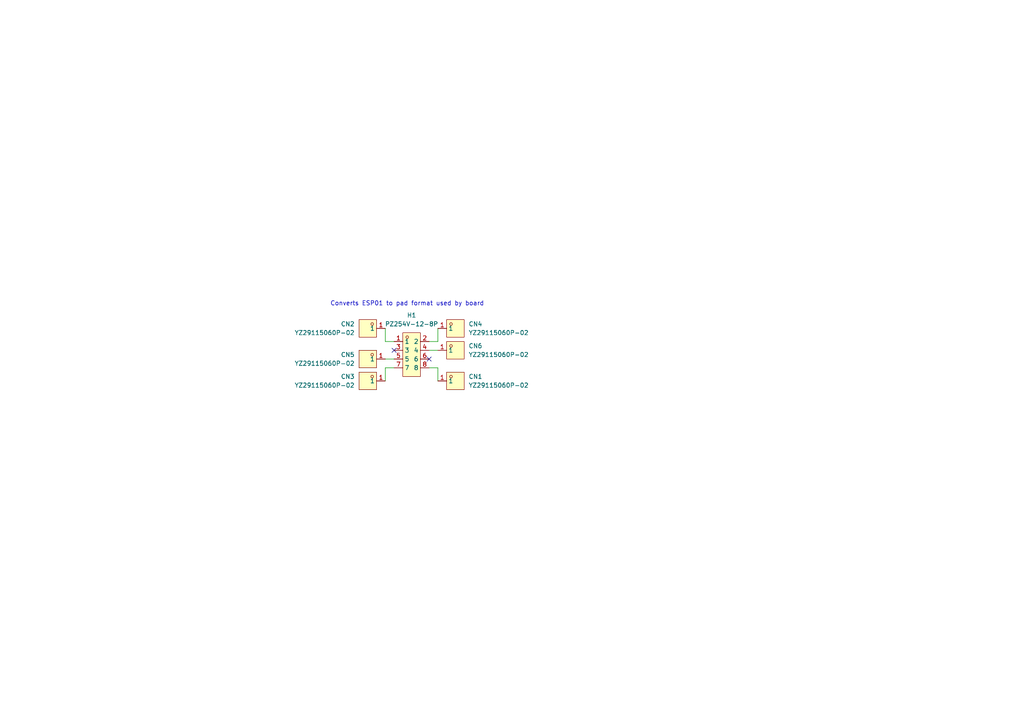
<source format=kicad_sch>
(kicad_sch (version 20250114) (generator "eeschema") (generator_version "9.0")
  (paper "A4")
  (lib_symbols
    (symbol "easyeda2kicad:PZ254V-12-8P"
      (property "Reference" "H" (at 0 8.89 0))
      (property "Value" "PZ254V-12-8P" (at 0 -8.89 0))
      (symbol "PZ254V-12-8P_0_1"
        (rectangle (start -2.54 6.35) (end 2.54 -6.35) (fill (type background)))
        (circle (center -1.27 5.08) (radius 0.38))
        (pin unspecified line (at -5.08 3.81 0) (length 2.54) (name "1") (number "1"))
        (pin unspecified line (at -5.08 1.27 0) (length 2.54) (name "3") (number "3"))
        (pin unspecified line (at -5.08 -1.27 0) (length 2.54) (name "5") (number "5"))
        (pin unspecified line (at -5.08 -3.81 0) (length 2.54) (name "7") (number "7"))
        (pin unspecified line (at 5.08 3.81 180) (length 2.54) (name "2") (number "2"))
        (pin unspecified line (at 5.08 1.27 180) (length 2.54) (name "4") (number "4"))
        (pin unspecified line (at 5.08 -1.27 180) (length 2.54) (name "6") (number "6"))
        (pin unspecified line (at 5.08 -3.81 180) (length 2.54) (name "8") (number "8"))
      )
    )
    (symbol "easyeda2kicad:YZ29115060P-02"
      (property "Reference" "CN" (at 0 5.08 0))
      (property "Value" "YZ29115060P-02" (at 0 -5.08 0))
      (symbol "YZ29115060P-02_0_1"
        (rectangle (start -1.27 2.54) (end 3.81 -2.54) (fill (type background)))
        (circle (center 0 1.27) (radius 0.38))
        (pin unspecified line (at -3.81 0 0) (length 2.54) (name "1") (number "1"))
      )
    )
  )
  (text "Converts ESP01 to pad format used by board" (at 118.11 88.138 0) (effects (font (size 1.27 1.27))))
  (no_connect (at 114.3 101.6))
  (no_connect (at 124.46 104.14))
  (wire (pts (xy 127 99.06) (xy 124.46 99.06)))
  (wire (pts (xy 127 106.68) (xy 124.46 106.68)))
  (wire (pts (xy 111.76 106.68) (xy 114.3 106.68)))
  (wire (pts (xy 127 101.6) (xy 124.46 101.6)))
  (wire (pts (xy 111.76 110.49) (xy 111.76 106.68)))
  (wire (pts (xy 111.76 104.14) (xy 114.3 104.14)))
  (wire (pts (xy 111.76 95.25) (xy 111.76 99.06)))
  (wire (pts (xy 127 110.49) (xy 127 106.68)))
  (wire (pts (xy 127 95.25) (xy 127 99.06)))
  (wire (pts (xy 111.76 99.06) (xy 114.3 99.06)))
  (symbol (lib_id "easyeda2kicad:YZ29115060P-02") (at 107.95 110.49 0) (mirror y) (unit 1)
    (property "Reference" "CN3" (at 102.87 109.2199 0) (effects (justify left)))
    (property "Value" "YZ29115060P-02" (at 102.87 111.7599 0) (effects (justify left)))
    (property "Footprint" "easyeda2kicad:TESTPOINT-SMD_BD2.0-D0.7" (effects (hide yes)))
    (property "LCSC Part" "C5157350" (effects (hide yes)))
  )
  (symbol (lib_id "easyeda2kicad:YZ29115060P-02") (at 130.81 110.49 0) (unit 1)
    (property "Reference" "CN1" (at 135.89 109.2199 0) (effects (justify left)))
    (property "Value" "YZ29115060P-02" (at 135.89 111.7599 0) (effects (justify left)))
    (property "Footprint" "easyeda2kicad:TESTPOINT-SMD_BD2.0-D0.7" (effects (hide yes)))
    (property "LCSC Part" "C5157350" (effects (hide yes)))
  )
  (symbol (lib_id "easyeda2kicad:YZ29115060P-02") (at 107.95 95.25 0) (mirror y) (unit 1)
    (property "Reference" "CN2" (at 102.87 93.9799 0) (effects (justify left)))
    (property "Value" "YZ29115060P-02" (at 102.87 96.5199 0) (effects (justify left)))
    (property "Footprint" "easyeda2kicad:TESTPOINT-SMD_BD2.0-D0.7" (effects (hide yes)))
    (property "LCSC Part" "C5157350" (effects (hide yes)))
  )
  (symbol (lib_id "easyeda2kicad:YZ29115060P-02") (at 130.81 95.25 0) (unit 1)
    (property "Reference" "CN4" (at 135.89 93.9799 0) (effects (justify left)))
    (property "Value" "YZ29115060P-02" (at 135.89 96.5199 0) (effects (justify left)))
    (property "Footprint" "easyeda2kicad:TESTPOINT-SMD_BD2.0-D0.7" (effects (hide yes)))
    (property "LCSC Part" "C5157350" (effects (hide yes)))
  )
  (symbol (lib_id "easyeda2kicad:YZ29115060P-02") (at 130.81 101.6 0) (unit 1)
    (property "Reference" "CN6" (at 135.89 100.3299 0) (effects (justify left)))
    (property "Value" "YZ29115060P-02" (at 135.89 102.8699 0) (effects (justify left)))
    (property "Footprint" "easyeda2kicad:TESTPOINT-SMD_BD2.0-D0.7" (effects (hide yes)))
    (property "LCSC Part" "C5157350" (effects (hide yes)))
  )
  (symbol (lib_id "easyeda2kicad:PZ254V-12-8P") (at 119.38 102.87 0) (unit 1)
    (property "Reference" "H1" (at 119.38 91.44 0))
    (property "Value" "PZ254V-12-8P" (at 119.38 93.98 0))
    (property "Footprint" "easyeda2kicad:HDR-TH_8P-P2.54-V-M-R2-C4-S2.54" (effects (hide yes)))
    (property "Datasheet" "https://lcsc.com/product-detail/New-Arrivals_XFCN-PZ254V-12-8P_C492421.html" (effects (hide yes)))
    (property "LCSC Part" "C492421" (effects (hide yes)))
  )
  (symbol (lib_id "easyeda2kicad:YZ29115060P-02") (at 107.95 104.14 0) (mirror y) (unit 1)
    (property "Reference" "CN5" (at 102.87 102.8699 0) (effects (justify left)))
    (property "Value" "YZ29115060P-02" (at 102.87 105.4099 0) (effects (justify left)))
    (property "Footprint" "easyeda2kicad:TESTPOINT-SMD_BD2.0-D0.7" (effects (hide yes)))
    (property "LCSC Part" "C5157350" (effects (hide yes)))
  )
)
</source>
